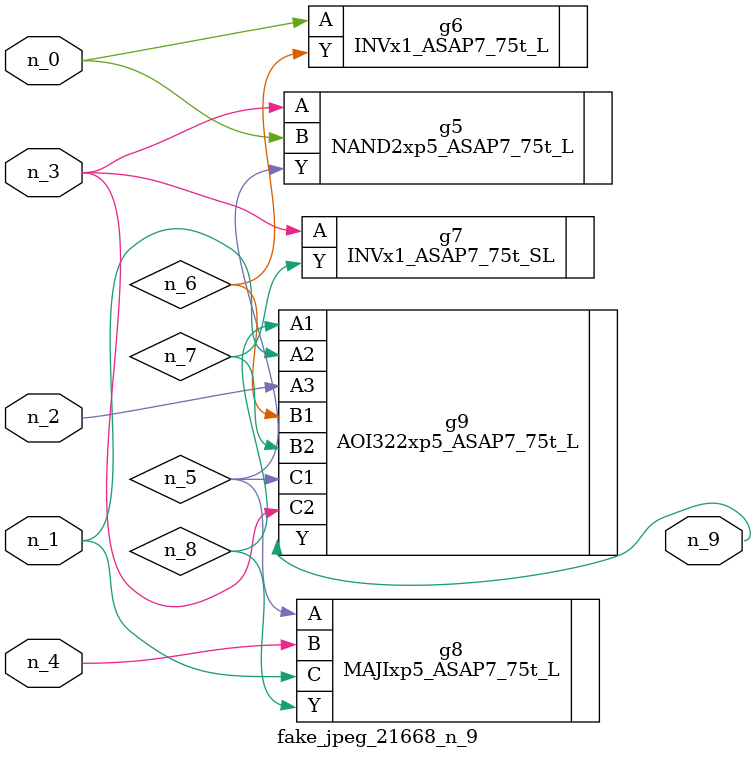
<source format=v>
module fake_jpeg_21668_n_9 (n_3, n_2, n_1, n_0, n_4, n_9);

input n_3;
input n_2;
input n_1;
input n_0;
input n_4;

output n_9;

wire n_8;
wire n_6;
wire n_5;
wire n_7;

NAND2xp5_ASAP7_75t_L g5 ( 
.A(n_3),
.B(n_0),
.Y(n_5)
);

INVx1_ASAP7_75t_L g6 ( 
.A(n_0),
.Y(n_6)
);

INVx1_ASAP7_75t_SL g7 ( 
.A(n_3),
.Y(n_7)
);

MAJIxp5_ASAP7_75t_L g8 ( 
.A(n_5),
.B(n_4),
.C(n_1),
.Y(n_8)
);

AOI322xp5_ASAP7_75t_L g9 ( 
.A1(n_8),
.A2(n_1),
.A3(n_2),
.B1(n_6),
.B2(n_7),
.C1(n_5),
.C2(n_3),
.Y(n_9)
);


endmodule
</source>
